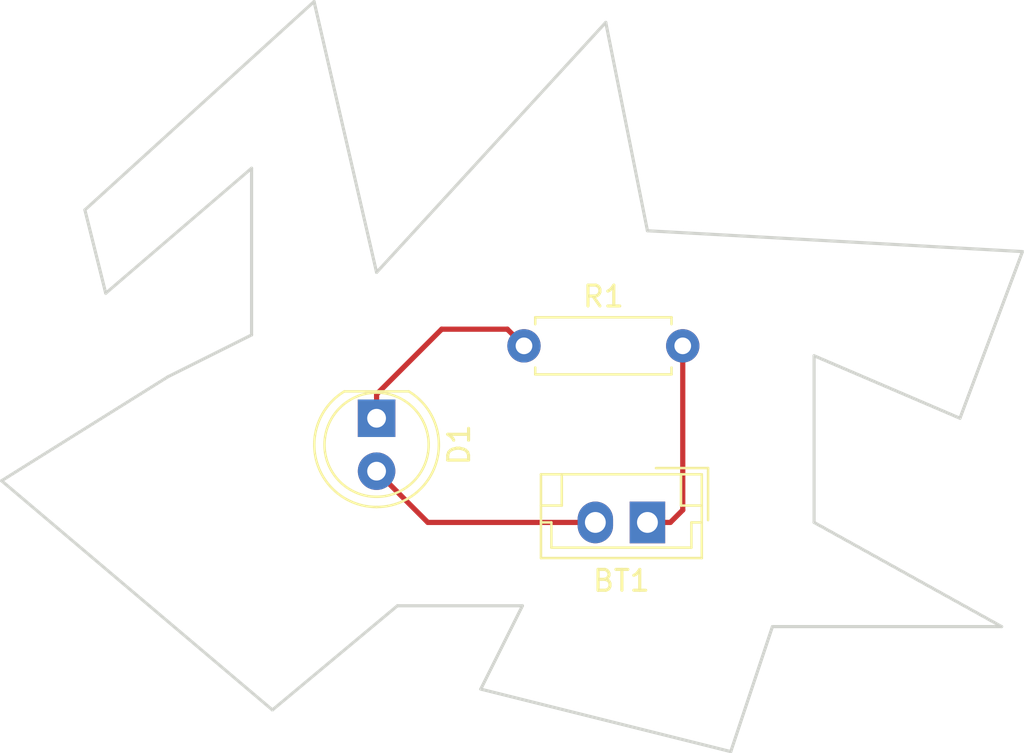
<source format=kicad_pcb>
(kicad_pcb (version 20171130) (host pcbnew "(5.0.0)")

  (general
    (thickness 1.6)
    (drawings 21)
    (tracks 9)
    (zones 0)
    (modules 3)
    (nets 4)
  )

  (page A4)
  (layers
    (0 F.Cu signal)
    (31 B.Cu signal)
    (32 B.Adhes user)
    (33 F.Adhes user)
    (34 B.Paste user)
    (35 F.Paste user)
    (36 B.SilkS user)
    (37 F.SilkS user)
    (38 B.Mask user)
    (39 F.Mask user)
    (40 Dwgs.User user)
    (41 Cmts.User user)
    (42 Eco1.User user)
    (43 Eco2.User user)
    (44 Edge.Cuts user)
    (45 Margin user)
    (46 B.CrtYd user)
    (47 F.CrtYd user)
    (48 B.Fab user)
    (49 F.Fab user)
  )

  (setup
    (last_trace_width 0.25)
    (trace_clearance 0.2)
    (zone_clearance 0.508)
    (zone_45_only no)
    (trace_min 0.2)
    (segment_width 0.2)
    (edge_width 0.15)
    (via_size 0.8)
    (via_drill 0.4)
    (via_min_size 0.4)
    (via_min_drill 0.3)
    (uvia_size 0.3)
    (uvia_drill 0.1)
    (uvias_allowed no)
    (uvia_min_size 0.2)
    (uvia_min_drill 0.1)
    (pcb_text_width 0.3)
    (pcb_text_size 1.5 1.5)
    (mod_edge_width 0.15)
    (mod_text_size 1 1)
    (mod_text_width 0.15)
    (pad_size 1.524 1.524)
    (pad_drill 0.762)
    (pad_to_mask_clearance 0.2)
    (aux_axis_origin 0 0)
    (visible_elements FFFFFF7F)
    (pcbplotparams
      (layerselection 0x010fc_ffffffff)
      (usegerberextensions false)
      (usegerberattributes false)
      (usegerberadvancedattributes false)
      (creategerberjobfile false)
      (excludeedgelayer true)
      (linewidth 0.100000)
      (plotframeref false)
      (viasonmask false)
      (mode 1)
      (useauxorigin false)
      (hpglpennumber 1)
      (hpglpenspeed 20)
      (hpglpendiameter 15.000000)
      (psnegative false)
      (psa4output false)
      (plotreference true)
      (plotvalue true)
      (plotinvisibletext false)
      (padsonsilk false)
      (subtractmaskfromsilk false)
      (outputformat 1)
      (mirror false)
      (drillshape 1)
      (scaleselection 1)
      (outputdirectory ""))
  )

  (net 0 "")
  (net 1 "Net-(BT1-Pad1)")
  (net 2 "Net-(BT1-Pad2)")
  (net 3 "Net-(D1-Pad1)")

  (net_class Default "This is the default net class."
    (clearance 0.2)
    (trace_width 0.25)
    (via_dia 0.8)
    (via_drill 0.4)
    (uvia_dia 0.3)
    (uvia_drill 0.1)
    (add_net "Net-(BT1-Pad1)")
    (add_net "Net-(BT1-Pad2)")
    (add_net "Net-(D1-Pad1)")
  )

  (module Connector_JST:JST_EH_B02B-EH-A_1x02_P2.50mm_Vertical (layer F.Cu) (tedit 5A0EB040) (tstamp 5EB5F0ED)
    (at 164 100 180)
    (descr "JST EH series connector, B02B-EH-A (http://www.jst-mfg.com/product/pdf/eng/eEH.pdf), generated with kicad-footprint-generator")
    (tags "connector JST EH side entry")
    (path /5E5809A9)
    (fp_text reference BT1 (at 1.25 -2.8 180) (layer F.SilkS)
      (effects (font (size 1 1) (thickness 0.15)))
    )
    (fp_text value 12V (at 1.25 3.4 180) (layer F.Fab)
      (effects (font (size 1 1) (thickness 0.15)))
    )
    (fp_line (start -2.5 -1.6) (end -2.5 2.2) (layer F.Fab) (width 0.1))
    (fp_line (start -2.5 2.2) (end 5 2.2) (layer F.Fab) (width 0.1))
    (fp_line (start 5 2.2) (end 5 -1.6) (layer F.Fab) (width 0.1))
    (fp_line (start 5 -1.6) (end -2.5 -1.6) (layer F.Fab) (width 0.1))
    (fp_line (start -3 -2.1) (end -3 2.7) (layer F.CrtYd) (width 0.05))
    (fp_line (start -3 2.7) (end 5.5 2.7) (layer F.CrtYd) (width 0.05))
    (fp_line (start 5.5 2.7) (end 5.5 -2.1) (layer F.CrtYd) (width 0.05))
    (fp_line (start 5.5 -2.1) (end -3 -2.1) (layer F.CrtYd) (width 0.05))
    (fp_line (start -2.61 -1.71) (end -2.61 2.31) (layer F.SilkS) (width 0.12))
    (fp_line (start -2.61 2.31) (end 5.11 2.31) (layer F.SilkS) (width 0.12))
    (fp_line (start 5.11 2.31) (end 5.11 -1.71) (layer F.SilkS) (width 0.12))
    (fp_line (start 5.11 -1.71) (end -2.61 -1.71) (layer F.SilkS) (width 0.12))
    (fp_line (start -2.61 0) (end -2.11 0) (layer F.SilkS) (width 0.12))
    (fp_line (start -2.11 0) (end -2.11 -1.21) (layer F.SilkS) (width 0.12))
    (fp_line (start -2.11 -1.21) (end 4.61 -1.21) (layer F.SilkS) (width 0.12))
    (fp_line (start 4.61 -1.21) (end 4.61 0) (layer F.SilkS) (width 0.12))
    (fp_line (start 4.61 0) (end 5.11 0) (layer F.SilkS) (width 0.12))
    (fp_line (start -2.61 0.81) (end -1.61 0.81) (layer F.SilkS) (width 0.12))
    (fp_line (start -1.61 0.81) (end -1.61 2.31) (layer F.SilkS) (width 0.12))
    (fp_line (start 5.11 0.81) (end 4.11 0.81) (layer F.SilkS) (width 0.12))
    (fp_line (start 4.11 0.81) (end 4.11 2.31) (layer F.SilkS) (width 0.12))
    (fp_line (start -2.91 0.11) (end -2.91 2.61) (layer F.SilkS) (width 0.12))
    (fp_line (start -2.91 2.61) (end -0.41 2.61) (layer F.SilkS) (width 0.12))
    (fp_line (start -2.91 0.11) (end -2.91 2.61) (layer F.Fab) (width 0.1))
    (fp_line (start -2.91 2.61) (end -0.41 2.61) (layer F.Fab) (width 0.1))
    (fp_text user %R (at 1.25 1.5 180) (layer F.Fab)
      (effects (font (size 1 1) (thickness 0.15)))
    )
    (pad 1 thru_hole rect (at 0 0 180) (size 1.7 2) (drill 1) (layers *.Cu *.Mask)
      (net 1 "Net-(BT1-Pad1)"))
    (pad 2 thru_hole oval (at 2.5 0 180) (size 1.7 2) (drill 1) (layers *.Cu *.Mask)
      (net 2 "Net-(BT1-Pad2)"))
    (model ${KISYS3DMOD}/Connector_JST.3dshapes/JST_EH_B02B-EH-A_1x02_P2.50mm_Vertical.wrl
      (at (xyz 0 0 0))
      (scale (xyz 1 1 1))
      (rotate (xyz 0 0 0))
    )
  )

  (module LED_THT:LED_D5.0mm (layer F.Cu) (tedit 5995936A) (tstamp 5EB5F0FF)
    (at 151 95 270)
    (descr "LED, diameter 5.0mm, 2 pins, http://cdn-reichelt.de/documents/datenblatt/A500/LL-504BC2E-009.pdf")
    (tags "LED diameter 5.0mm 2 pins")
    (path /5E580A60)
    (fp_text reference D1 (at 1.27 -3.96 270) (layer F.SilkS)
      (effects (font (size 1 1) (thickness 0.15)))
    )
    (fp_text value LED (at 1.27 3.96 270) (layer F.Fab)
      (effects (font (size 1 1) (thickness 0.15)))
    )
    (fp_arc (start 1.27 0) (end -1.23 -1.469694) (angle 299.1) (layer F.Fab) (width 0.1))
    (fp_arc (start 1.27 0) (end -1.29 -1.54483) (angle 148.9) (layer F.SilkS) (width 0.12))
    (fp_arc (start 1.27 0) (end -1.29 1.54483) (angle -148.9) (layer F.SilkS) (width 0.12))
    (fp_circle (center 1.27 0) (end 3.77 0) (layer F.Fab) (width 0.1))
    (fp_circle (center 1.27 0) (end 3.77 0) (layer F.SilkS) (width 0.12))
    (fp_line (start -1.23 -1.469694) (end -1.23 1.469694) (layer F.Fab) (width 0.1))
    (fp_line (start -1.29 -1.545) (end -1.29 1.545) (layer F.SilkS) (width 0.12))
    (fp_line (start -1.95 -3.25) (end -1.95 3.25) (layer F.CrtYd) (width 0.05))
    (fp_line (start -1.95 3.25) (end 4.5 3.25) (layer F.CrtYd) (width 0.05))
    (fp_line (start 4.5 3.25) (end 4.5 -3.25) (layer F.CrtYd) (width 0.05))
    (fp_line (start 4.5 -3.25) (end -1.95 -3.25) (layer F.CrtYd) (width 0.05))
    (fp_text user %R (at 1.25 0 270) (layer F.Fab)
      (effects (font (size 0.8 0.8) (thickness 0.2)))
    )
    (pad 1 thru_hole rect (at 0 0 270) (size 1.8 1.8) (drill 0.9) (layers *.Cu *.Mask)
      (net 3 "Net-(D1-Pad1)"))
    (pad 2 thru_hole circle (at 2.54 0 270) (size 1.8 1.8) (drill 0.9) (layers *.Cu *.Mask)
      (net 2 "Net-(BT1-Pad2)"))
    (model ${KISYS3DMOD}/LED_THT.3dshapes/LED_D5.0mm.wrl
      (at (xyz 0 0 0))
      (scale (xyz 1 1 1))
      (rotate (xyz 0 0 0))
    )
  )

  (module Resistor_THT:R_Axial_DIN0207_L6.3mm_D2.5mm_P7.62mm_Horizontal (layer F.Cu) (tedit 5AE5139B) (tstamp 5EB5F116)
    (at 158.075001 91.525001)
    (descr "Resistor, Axial_DIN0207 series, Axial, Horizontal, pin pitch=7.62mm, 0.25W = 1/4W, length*diameter=6.3*2.5mm^2, http://cdn-reichelt.de/documents/datenblatt/B400/1_4W%23YAG.pdf")
    (tags "Resistor Axial_DIN0207 series Axial Horizontal pin pitch 7.62mm 0.25W = 1/4W length 6.3mm diameter 2.5mm")
    (path /5E580AB2)
    (fp_text reference R1 (at 3.81 -2.37) (layer F.SilkS)
      (effects (font (size 1 1) (thickness 0.15)))
    )
    (fp_text value 330R (at 3.81 2.37) (layer F.Fab)
      (effects (font (size 1 1) (thickness 0.15)))
    )
    (fp_line (start 0.66 -1.25) (end 0.66 1.25) (layer F.Fab) (width 0.1))
    (fp_line (start 0.66 1.25) (end 6.96 1.25) (layer F.Fab) (width 0.1))
    (fp_line (start 6.96 1.25) (end 6.96 -1.25) (layer F.Fab) (width 0.1))
    (fp_line (start 6.96 -1.25) (end 0.66 -1.25) (layer F.Fab) (width 0.1))
    (fp_line (start 0 0) (end 0.66 0) (layer F.Fab) (width 0.1))
    (fp_line (start 7.62 0) (end 6.96 0) (layer F.Fab) (width 0.1))
    (fp_line (start 0.54 -1.04) (end 0.54 -1.37) (layer F.SilkS) (width 0.12))
    (fp_line (start 0.54 -1.37) (end 7.08 -1.37) (layer F.SilkS) (width 0.12))
    (fp_line (start 7.08 -1.37) (end 7.08 -1.04) (layer F.SilkS) (width 0.12))
    (fp_line (start 0.54 1.04) (end 0.54 1.37) (layer F.SilkS) (width 0.12))
    (fp_line (start 0.54 1.37) (end 7.08 1.37) (layer F.SilkS) (width 0.12))
    (fp_line (start 7.08 1.37) (end 7.08 1.04) (layer F.SilkS) (width 0.12))
    (fp_line (start -1.05 -1.5) (end -1.05 1.5) (layer F.CrtYd) (width 0.05))
    (fp_line (start -1.05 1.5) (end 8.67 1.5) (layer F.CrtYd) (width 0.05))
    (fp_line (start 8.67 1.5) (end 8.67 -1.5) (layer F.CrtYd) (width 0.05))
    (fp_line (start 8.67 -1.5) (end -1.05 -1.5) (layer F.CrtYd) (width 0.05))
    (fp_text user %R (at 3.81 0) (layer F.Fab)
      (effects (font (size 1 1) (thickness 0.15)))
    )
    (pad 1 thru_hole circle (at 0 0) (size 1.6 1.6) (drill 0.8) (layers *.Cu *.Mask)
      (net 3 "Net-(D1-Pad1)"))
    (pad 2 thru_hole oval (at 7.62 0) (size 1.6 1.6) (drill 0.8) (layers *.Cu *.Mask)
      (net 1 "Net-(BT1-Pad1)"))
    (model ${KISYS3DMOD}/Resistor_THT.3dshapes/R_Axial_DIN0207_L6.3mm_D2.5mm_P7.62mm_Horizontal.wrl
      (at (xyz 0 0 0))
      (scale (xyz 1 1 1))
      (rotate (xyz 0 0 0))
    )
  )

  (gr_line (start 138 89) (end 137 85) (layer Edge.Cuts) (width 0.15))
  (gr_line (start 145 83) (end 138 89) (layer Edge.Cuts) (width 0.15))
  (gr_line (start 145 91) (end 145 83) (layer Edge.Cuts) (width 0.15))
  (gr_line (start 141 93) (end 145 91) (layer Edge.Cuts) (width 0.15))
  (gr_line (start 133 98) (end 141 93) (layer Edge.Cuts) (width 0.15))
  (gr_line (start 146 109) (end 133 98) (layer Edge.Cuts) (width 0.15))
  (gr_line (start 152 104) (end 146 109) (layer Edge.Cuts) (width 0.15))
  (gr_line (start 158 104) (end 152 104) (layer Edge.Cuts) (width 0.15))
  (gr_line (start 156 108) (end 158 104) (layer Edge.Cuts) (width 0.15))
  (gr_line (start 168 111) (end 156 108) (layer Edge.Cuts) (width 0.15))
  (gr_line (start 170 105) (end 168 111) (layer Edge.Cuts) (width 0.15))
  (gr_line (start 181 105) (end 170 105) (layer Edge.Cuts) (width 0.15))
  (gr_line (start 172 100) (end 181 105) (layer Edge.Cuts) (width 0.15))
  (gr_line (start 172 92) (end 172 100) (layer Edge.Cuts) (width 0.15))
  (gr_line (start 179 95) (end 172 92) (layer Edge.Cuts) (width 0.15))
  (gr_line (start 182 87) (end 179 95) (layer Edge.Cuts) (width 0.15))
  (gr_line (start 164 86) (end 182 87) (layer Edge.Cuts) (width 0.15))
  (gr_line (start 162 76) (end 164 86) (layer Edge.Cuts) (width 0.15))
  (gr_line (start 151 88) (end 162 76) (layer Edge.Cuts) (width 0.15))
  (gr_line (start 148 75) (end 151 88) (layer Edge.Cuts) (width 0.15))
  (gr_line (start 137 85) (end 148 75) (layer Edge.Cuts) (width 0.15))

  (segment (start 165.1 100) (end 164 100) (width 0.25) (layer F.Cu) (net 1))
  (segment (start 165.695001 99.404999) (end 165.1 100) (width 0.25) (layer F.Cu) (net 1))
  (segment (start 165.695001 91.525001) (end 165.695001 99.404999) (width 0.25) (layer F.Cu) (net 1))
  (segment (start 151 97.54) (end 153.46 100) (width 0.25) (layer F.Cu) (net 2))
  (segment (start 153.46 100) (end 161.5 100) (width 0.25) (layer F.Cu) (net 2))
  (segment (start 151 93.85) (end 151 95) (width 0.25) (layer F.Cu) (net 3))
  (segment (start 154.124998 90.725002) (end 151 93.85) (width 0.25) (layer F.Cu) (net 3))
  (segment (start 157.275002 90.725002) (end 154.124998 90.725002) (width 0.25) (layer F.Cu) (net 3))
  (segment (start 158.075001 91.525001) (end 157.275002 90.725002) (width 0.25) (layer F.Cu) (net 3))

)

</source>
